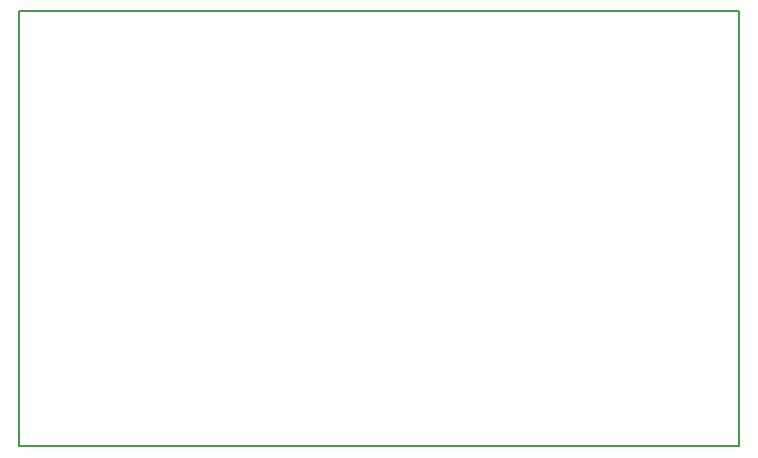
<source format=gm1>
%TF.GenerationSoftware,KiCad,Pcbnew,4.0.7*%
%TF.CreationDate,2018-02-11T17:01:00-06:00*%
%TF.ProjectId,Positive_Power_Distribution,506F7369746976655F506F7765725F44,1.0*%
%TF.FileFunction,Profile,NP*%
%FSLAX46Y46*%
G04 Gerber Fmt 4.6, Leading zero omitted, Abs format (unit mm)*
G04 Created by KiCad (PCBNEW 4.0.7) date 02/11/18 17:01:00*
%MOMM*%
%LPD*%
G01*
G04 APERTURE LIST*
%ADD10C,0.100000*%
%ADD11C,0.150000*%
G04 APERTURE END LIST*
D10*
D11*
X130810000Y-86360000D02*
X130810000Y-123190000D01*
X191770000Y-86360000D02*
X130810000Y-86360000D01*
X191770000Y-123190000D02*
X191770000Y-86360000D01*
X130810000Y-123190000D02*
X191770000Y-123190000D01*
M02*

</source>
